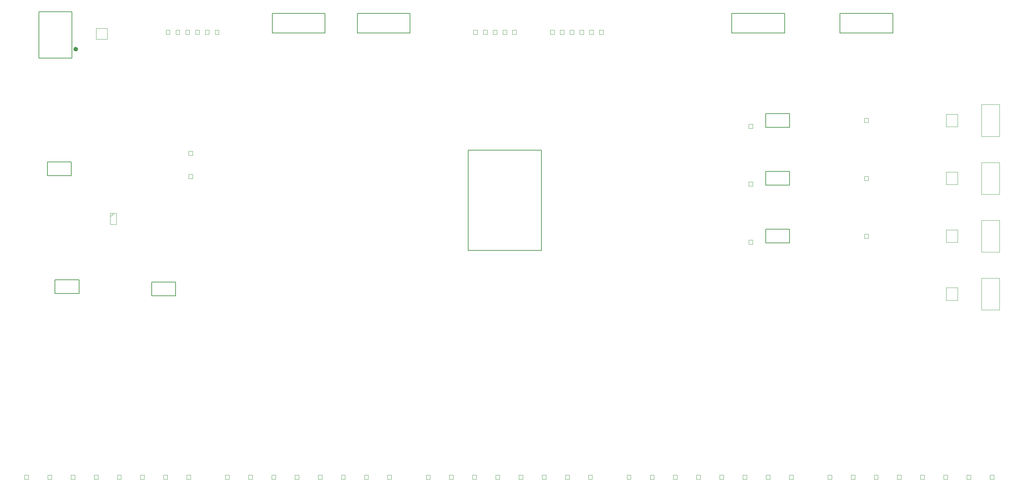
<source format=gbr>
%TF.GenerationSoftware,Altium Limited,Altium Designer,20.0.13 (296)*%
G04 Layer_Color=16711935*
%FSLAX26Y26*%
%MOIN*%
%TF.FileFunction,Other,Mechanical_13*%
%TF.Part,Single*%
G01*
G75*
%TA.AperFunction,NonConductor*%
%ADD54C,0.003937*%
%ADD55C,0.039370*%
%ADD58C,0.005000*%
%ADD86C,0.007874*%
D54*
X1909449Y3836614D02*
X1948819D01*
Y3879921D01*
X1909449D02*
X1948819D01*
X1909449Y3836614D02*
Y3879921D01*
Y4072835D02*
X1948819D01*
Y4116142D01*
X1909449D02*
X1948819D01*
X1909449Y4072835D02*
Y4116142D01*
X1110236Y3444882D02*
X1147638Y3482284D01*
X1110236Y3368110D02*
Y3482284D01*
Y3368110D02*
X1173228D01*
Y3482284D01*
X1110236D02*
X1173228D01*
X7618110Y3167323D02*
Y3210630D01*
X7657480D01*
Y3167323D02*
Y3210630D01*
X7618110Y3167323D02*
X7657480D01*
X7618110Y3757874D02*
Y3801181D01*
X7657480D01*
Y3757874D02*
Y3801181D01*
X7618110Y3757874D02*
X7657480D01*
X7618110Y4348425D02*
Y4391732D01*
X7657480D01*
Y4348425D02*
Y4391732D01*
X7618110Y4348425D02*
X7657480D01*
X8799213Y3226378D02*
Y3269685D01*
X8838583D01*
Y3226378D02*
Y3269685D01*
X8799213Y3226378D02*
X8838583D01*
X8799213Y3816929D02*
Y3860236D01*
X8838583D01*
Y3816929D02*
Y3860236D01*
X8799213Y3816929D02*
X8838583D01*
X8799213Y4407480D02*
Y4450787D01*
X8838583D01*
Y4407480D02*
Y4450787D01*
X8799213Y4407480D02*
X8838583D01*
X9749000Y3774583D02*
Y3902583D01*
X9631000Y3774583D02*
X9749000D01*
X9631000D02*
Y3902583D01*
X9749000D01*
Y3184032D02*
Y3312032D01*
X9631000Y3184032D02*
X9749000D01*
X9631000D02*
Y3312032D01*
X9749000D01*
Y2593480D02*
Y2721480D01*
X9631000Y2593480D02*
X9749000D01*
X9631000D02*
Y2721480D01*
X9749000D01*
X9991370Y2819480D02*
X10174370D01*
Y2495480D02*
Y2819480D01*
X9991370Y2495480D02*
X10174370D01*
X9991370D02*
Y2819480D01*
Y3410032D02*
X10174370D01*
Y3086032D02*
Y3410032D01*
X9991370Y3086032D02*
X10174370D01*
X9991370D02*
Y3410032D01*
Y4000583D02*
X10174370D01*
Y3676583D02*
Y4000583D01*
X9991370Y3676583D02*
X10174370D01*
X9991370D02*
Y4000583D01*
X9749000Y4365134D02*
Y4493134D01*
X9631000Y4365134D02*
X9749000D01*
X9631000D02*
Y4493134D01*
X9749000D01*
X9991370Y4591134D02*
X10174370D01*
Y4267134D02*
Y4591134D01*
X9991370Y4267134D02*
X10174370D01*
X9991370D02*
Y4591134D01*
X1716929Y5310276D02*
Y5353583D01*
X1677559Y5310276D02*
X1716929D01*
X1677559D02*
Y5353583D01*
X1716929D01*
X966622Y5259961D02*
X1080622D01*
Y5369961D01*
X966622D02*
X1080622D01*
X966622Y5259961D02*
Y5369961D01*
X3228347Y767087D02*
Y810394D01*
X3267716D01*
Y767087D02*
Y810394D01*
X3228347Y767087D02*
X3267716D01*
X3464567D02*
Y810394D01*
X3503937D01*
Y767087D02*
Y810394D01*
X3464567Y767087D02*
X3503937D01*
X3700787D02*
Y810394D01*
X3740157D01*
Y767087D02*
Y810394D01*
X3700787Y767087D02*
X3740157D01*
X3937008D02*
Y810394D01*
X3976378D01*
Y767087D02*
Y810394D01*
X3937008Y767087D02*
X3976378D01*
X2283465D02*
Y810394D01*
X2322835D01*
Y767087D02*
Y810394D01*
X2283465Y767087D02*
X2322835D01*
X2519685D02*
Y810394D01*
X2559055D01*
Y767087D02*
Y810394D01*
X2519685Y767087D02*
X2559055D01*
X2755905D02*
Y810394D01*
X2795276D01*
Y767087D02*
Y810394D01*
X2755905Y767087D02*
X2795276D01*
X2992126D02*
Y810394D01*
X3031496D01*
Y767087D02*
Y810394D01*
X2992126Y767087D02*
X3031496D01*
X5275591D02*
Y810394D01*
X5314961D01*
Y767087D02*
Y810394D01*
X5275591Y767087D02*
X5314961D01*
X5511811D02*
Y810394D01*
X5551181D01*
Y767087D02*
Y810394D01*
X5511811Y767087D02*
X5551181D01*
X5748032D02*
Y810394D01*
X5787401D01*
Y767087D02*
Y810394D01*
X5748032Y767087D02*
X5787401D01*
X5984252D02*
Y810394D01*
X6023622D01*
Y767087D02*
Y810394D01*
X5984252Y767087D02*
X6023622D01*
X4330709D02*
Y810394D01*
X4370079D01*
Y767087D02*
Y810394D01*
X4330709Y767087D02*
X4370079D01*
X4566929D02*
Y810394D01*
X4606299D01*
Y767087D02*
Y810394D01*
X4566929Y767087D02*
X4606299D01*
X4803150D02*
Y810394D01*
X4842520D01*
Y767087D02*
Y810394D01*
X4803150Y767087D02*
X4842520D01*
X5039370D02*
Y810394D01*
X5078740D01*
Y767087D02*
Y810394D01*
X5039370Y767087D02*
X5078740D01*
X7322835D02*
Y810394D01*
X7362205D01*
Y767087D02*
Y810394D01*
X7322835Y767087D02*
X7362205D01*
X7559055D02*
Y810394D01*
X7598425D01*
Y767087D02*
Y810394D01*
X7559055Y767087D02*
X7598425D01*
X7795276D02*
Y810394D01*
X7834646D01*
Y767087D02*
Y810394D01*
X7795276Y767087D02*
X7834646D01*
X8031496D02*
Y810394D01*
X8070866D01*
Y767087D02*
Y810394D01*
X8031496Y767087D02*
X8070866D01*
X6377953D02*
Y810394D01*
X6417323D01*
Y767087D02*
Y810394D01*
X6377953Y767087D02*
X6417323D01*
X6614173D02*
Y810394D01*
X6653543D01*
Y767087D02*
Y810394D01*
X6614173Y767087D02*
X6653543D01*
X6850394D02*
Y810394D01*
X6889764D01*
Y767087D02*
Y810394D01*
X6850394Y767087D02*
X6889764D01*
X7086614D02*
Y810394D01*
X7125984D01*
Y767087D02*
Y810394D01*
X7086614Y767087D02*
X7125984D01*
X9370079D02*
Y810394D01*
X9409449D01*
Y767087D02*
Y810394D01*
X9370079Y767087D02*
X9409449D01*
X9606299D02*
Y810394D01*
X9645669D01*
Y767087D02*
Y810394D01*
X9606299Y767087D02*
X9645669D01*
X9842520D02*
Y810394D01*
X9881890D01*
Y767087D02*
Y810394D01*
X9842520Y767087D02*
X9881890D01*
X10078740D02*
Y810394D01*
X10118110D01*
Y767087D02*
Y810394D01*
X10078740Y767087D02*
X10118110D01*
X8425197D02*
Y810394D01*
X8464567D01*
Y767087D02*
Y810394D01*
X8425197Y767087D02*
X8464567D01*
X8661417D02*
Y810394D01*
X8700787D01*
Y767087D02*
Y810394D01*
X8661417Y767087D02*
X8700787D01*
X8897638D02*
Y810394D01*
X8937008D01*
Y767087D02*
Y810394D01*
X8897638Y767087D02*
X8937008D01*
X9133858D02*
Y810394D01*
X9173228D01*
Y767087D02*
Y810394D01*
X9133858Y767087D02*
X9173228D01*
X472441D02*
Y810394D01*
X511811D01*
Y767087D02*
Y810394D01*
X472441Y767087D02*
X511811D01*
X708662D02*
Y810394D01*
X748032D01*
Y767087D02*
Y810394D01*
X708662Y767087D02*
X748032D01*
X944882D02*
Y810394D01*
X984252D01*
Y767087D02*
Y810394D01*
X944882Y767087D02*
X984252D01*
X1181102D02*
Y810394D01*
X1220472D01*
Y767087D02*
Y810394D01*
X1181102Y767087D02*
X1220472D01*
X1417323D02*
Y810394D01*
X1456693D01*
Y767087D02*
Y810394D01*
X1417323Y767087D02*
X1456693D01*
X1653543D02*
Y810394D01*
X1692913D01*
Y767087D02*
Y810394D01*
X1653543Y767087D02*
X1692913D01*
X1889764D02*
Y810394D01*
X1929134D01*
Y767087D02*
Y810394D01*
X1889764Y767087D02*
X1929134D01*
X236220D02*
Y810394D01*
X275591D01*
Y767087D02*
Y810394D01*
X236220Y767087D02*
X275591D01*
X5249724Y5310276D02*
Y5353583D01*
X5210354Y5310276D02*
X5249724D01*
X5210354D02*
Y5353583D01*
X5249724D01*
X4951575Y5310276D02*
Y5353583D01*
X4912205Y5310276D02*
X4951575D01*
X4912205D02*
Y5353583D01*
X4951575D01*
X4851575Y5310276D02*
Y5353583D01*
X4812205Y5310276D02*
X4851575D01*
X4812205D02*
Y5353583D01*
X4851575D01*
X5051575Y5310276D02*
Y5353583D01*
X5012205Y5310276D02*
X5051575D01*
X5012205D02*
Y5353583D01*
X5051575D01*
X5151575Y5310276D02*
Y5353583D01*
X5112205Y5310276D02*
X5151575D01*
X5112205D02*
Y5353583D01*
X5151575D01*
X1916929Y5310276D02*
Y5353583D01*
X1877559Y5310276D02*
X1916929D01*
X1877559D02*
Y5353583D01*
X1916929D01*
X1816929Y5310276D02*
Y5353583D01*
X1777559Y5310276D02*
X1816929D01*
X1777559D02*
Y5353583D01*
X1816929D01*
X2216929Y5310276D02*
Y5353583D01*
X2177559Y5310276D02*
X2216929D01*
X2177559D02*
Y5353583D01*
X2216929D01*
X2116929Y5310276D02*
Y5353583D01*
X2077559Y5310276D02*
X2116929D01*
X2077559D02*
Y5353583D01*
X2116929D01*
X2016929Y5310276D02*
Y5353583D01*
X1977559Y5310276D02*
X2016929D01*
X1977559D02*
Y5353583D01*
X2016929D01*
X5935827Y5310276D02*
Y5353583D01*
X5896457Y5310276D02*
X5935827D01*
X5896457D02*
Y5353583D01*
X5935827D01*
X6035827Y5310276D02*
Y5353583D01*
X5996457Y5310276D02*
X6035827D01*
X5996457D02*
Y5353583D01*
X6035827D01*
X6135827Y5310276D02*
Y5353583D01*
X6096457Y5310276D02*
X6135827D01*
X6096457D02*
Y5353583D01*
X6135827D01*
X5635827Y5310276D02*
Y5353583D01*
X5596457Y5310276D02*
X5635827D01*
X5596457D02*
Y5353583D01*
X5635827D01*
X5735827Y5310276D02*
Y5353583D01*
X5696457Y5310276D02*
X5735827D01*
X5696457D02*
Y5353583D01*
X5735827D01*
X5835827Y5310276D02*
Y5353583D01*
X5796457Y5310276D02*
X5835827D01*
X5796457D02*
Y5353583D01*
X5835827D01*
D55*
X761488Y5157480D02*
G03*
X761488Y5157480I-3937J0D01*
G01*
D58*
X712598Y3867323D02*
Y4006693D01*
X468504D02*
X712598D01*
X468504Y3867323D02*
Y4006693D01*
Y3867323D02*
X712598D01*
X7791339Y3317716D02*
X8035433D01*
Y3178347D02*
Y3317716D01*
X7791339Y3178347D02*
X8035433D01*
X7791339D02*
Y3317716D01*
Y3908268D02*
X8035433D01*
Y3768898D02*
Y3908268D01*
X7791339Y3768898D02*
X8035433D01*
X7791339D02*
Y3908268D01*
Y4498819D02*
X8035433D01*
Y4359449D02*
Y4498819D01*
X7791339Y4359449D02*
X8035433D01*
X7791339D02*
Y4498819D01*
X547244Y2661772D02*
X791338D01*
X547244D02*
Y2801142D01*
X791338D01*
Y2661772D02*
Y2801142D01*
X383858Y5066929D02*
X718504D01*
X383858D02*
Y5539370D01*
X718504D01*
Y5066929D02*
Y5539370D01*
X1531496Y2640315D02*
X1775591D01*
X1531496D02*
Y2779685D01*
X1775591D01*
Y2640315D02*
Y2779685D01*
D86*
X4166638Y5323142D02*
Y5521496D01*
X3627638D02*
X4166638D01*
X3627638Y5323142D02*
Y5521496D01*
Y5323142D02*
X4166638D01*
X3300496D02*
Y5521496D01*
X2761496D02*
X3300496D01*
X2761496Y5323142D02*
Y5521496D01*
Y5323142D02*
X3300496D01*
X9087898D02*
Y5521496D01*
X8548898D02*
X9087898D01*
X8548898Y5323142D02*
Y5521496D01*
Y5323142D02*
X9087898D01*
X7985535D02*
Y5521496D01*
X7446535D02*
X7985535D01*
X7446535Y5323142D02*
Y5521496D01*
Y5323142D02*
X7985535D01*
X4758661Y4125472D02*
X5505661D01*
X4758661Y3102472D02*
Y4125472D01*
Y3102472D02*
X5505661D01*
Y4125472D01*
%TF.MD5,f146049c4761b83974ce636d76b8fcf0*%
M02*

</source>
